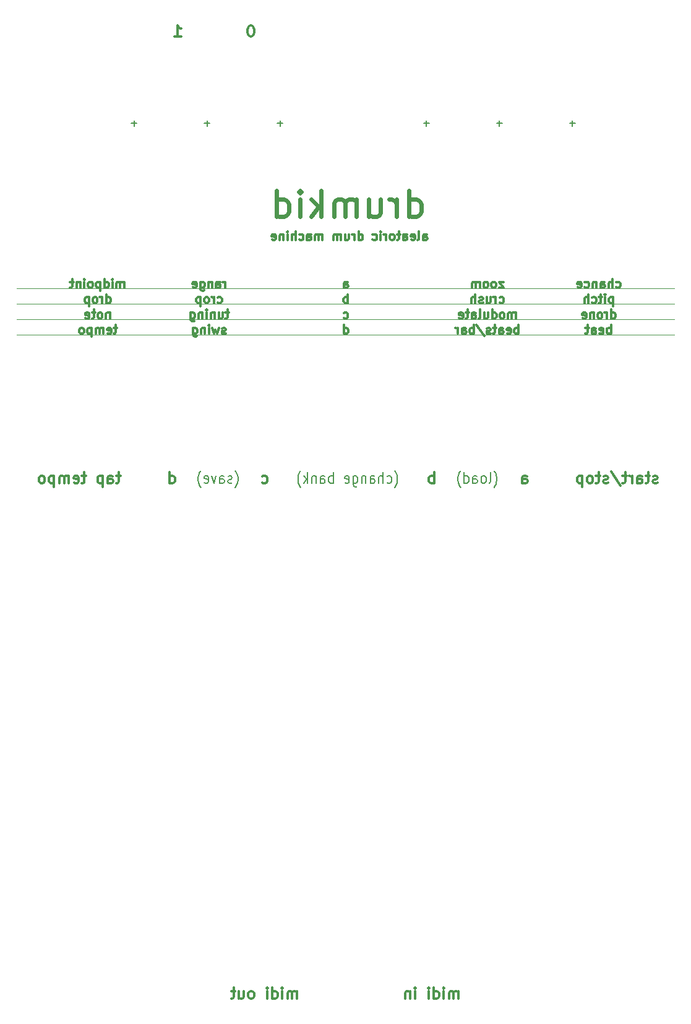
<source format=gbr>
G04 #@! TF.GenerationSoftware,KiCad,Pcbnew,(5.1.5)-3*
G04 #@! TF.CreationDate,2020-06-23T14:27:24+01:00*
G04 #@! TF.ProjectId,drumkid,6472756d-6b69-4642-9e6b-696361645f70,rev?*
G04 #@! TF.SameCoordinates,Original*
G04 #@! TF.FileFunction,Legend,Bot*
G04 #@! TF.FilePolarity,Positive*
%FSLAX46Y46*%
G04 Gerber Fmt 4.6, Leading zero omitted, Abs format (unit mm)*
G04 Created by KiCad (PCBNEW (5.1.5)-3) date 2020-06-23 14:27:24*
%MOMM*%
%LPD*%
G04 APERTURE LIST*
%ADD10C,0.150000*%
%ADD11C,0.300000*%
%ADD12C,0.100000*%
%ADD13C,0.600000*%
G04 APERTURE END LIST*
D10*
X110619047Y-48571428D02*
X111380952Y-48571428D01*
X111000000Y-48952380D02*
X111000000Y-48190476D01*
X130619047Y-48571428D02*
X131380952Y-48571428D01*
X131000000Y-48952380D02*
X131000000Y-48190476D01*
X90619047Y-48571428D02*
X91380952Y-48571428D01*
X91000000Y-48952380D02*
X91000000Y-48190476D01*
X80619047Y-48571428D02*
X81380952Y-48571428D01*
X81000000Y-48952380D02*
X81000000Y-48190476D01*
X120619047Y-48571428D02*
X121380952Y-48571428D01*
X121000000Y-48952380D02*
X121000000Y-48190476D01*
X70619047Y-48571428D02*
X71380952Y-48571428D01*
X71000000Y-48952380D02*
X71000000Y-48190476D01*
D11*
X142660000Y-97727142D02*
X142517142Y-97798571D01*
X142231428Y-97798571D01*
X142088571Y-97727142D01*
X142017142Y-97584285D01*
X142017142Y-97512857D01*
X142088571Y-97370000D01*
X142231428Y-97298571D01*
X142445714Y-97298571D01*
X142588571Y-97227142D01*
X142660000Y-97084285D01*
X142660000Y-97012857D01*
X142588571Y-96870000D01*
X142445714Y-96798571D01*
X142231428Y-96798571D01*
X142088571Y-96870000D01*
X141588571Y-96798571D02*
X141017142Y-96798571D01*
X141374285Y-96298571D02*
X141374285Y-97584285D01*
X141302857Y-97727142D01*
X141160000Y-97798571D01*
X141017142Y-97798571D01*
X139874285Y-97798571D02*
X139874285Y-97012857D01*
X139945714Y-96870000D01*
X140088571Y-96798571D01*
X140374285Y-96798571D01*
X140517142Y-96870000D01*
X139874285Y-97727142D02*
X140017142Y-97798571D01*
X140374285Y-97798571D01*
X140517142Y-97727142D01*
X140588571Y-97584285D01*
X140588571Y-97441428D01*
X140517142Y-97298571D01*
X140374285Y-97227142D01*
X140017142Y-97227142D01*
X139874285Y-97155714D01*
X139160000Y-97798571D02*
X139160000Y-96798571D01*
X139160000Y-97084285D02*
X139088571Y-96941428D01*
X139017142Y-96870000D01*
X138874285Y-96798571D01*
X138731428Y-96798571D01*
X138445714Y-96798571D02*
X137874285Y-96798571D01*
X138231428Y-96298571D02*
X138231428Y-97584285D01*
X138160000Y-97727142D01*
X138017142Y-97798571D01*
X137874285Y-97798571D01*
X136302857Y-96227142D02*
X137588571Y-98155714D01*
X135874285Y-97727142D02*
X135731428Y-97798571D01*
X135445714Y-97798571D01*
X135302857Y-97727142D01*
X135231428Y-97584285D01*
X135231428Y-97512857D01*
X135302857Y-97370000D01*
X135445714Y-97298571D01*
X135660000Y-97298571D01*
X135802857Y-97227142D01*
X135874285Y-97084285D01*
X135874285Y-97012857D01*
X135802857Y-96870000D01*
X135660000Y-96798571D01*
X135445714Y-96798571D01*
X135302857Y-96870000D01*
X134802857Y-96798571D02*
X134231428Y-96798571D01*
X134588571Y-96298571D02*
X134588571Y-97584285D01*
X134517142Y-97727142D01*
X134374285Y-97798571D01*
X134231428Y-97798571D01*
X133517142Y-97798571D02*
X133660000Y-97727142D01*
X133731428Y-97655714D01*
X133802857Y-97512857D01*
X133802857Y-97084285D01*
X133731428Y-96941428D01*
X133660000Y-96870000D01*
X133517142Y-96798571D01*
X133302857Y-96798571D01*
X133160000Y-96870000D01*
X133088571Y-96941428D01*
X133017142Y-97084285D01*
X133017142Y-97512857D01*
X133088571Y-97655714D01*
X133160000Y-97727142D01*
X133302857Y-97798571D01*
X133517142Y-97798571D01*
X132374285Y-96798571D02*
X132374285Y-98298571D01*
X132374285Y-96870000D02*
X132231428Y-96798571D01*
X131945714Y-96798571D01*
X131802857Y-96870000D01*
X131731428Y-96941428D01*
X131660000Y-97084285D01*
X131660000Y-97512857D01*
X131731428Y-97655714D01*
X131802857Y-97727142D01*
X131945714Y-97798571D01*
X132231428Y-97798571D01*
X132374285Y-97727142D01*
D10*
X106688095Y-98370000D02*
X106750000Y-98298571D01*
X106873809Y-98084285D01*
X106935714Y-97941428D01*
X106997619Y-97727142D01*
X107059523Y-97370000D01*
X107059523Y-97084285D01*
X106997619Y-96727142D01*
X106935714Y-96512857D01*
X106873809Y-96370000D01*
X106750000Y-96155714D01*
X106688095Y-96084285D01*
X105635714Y-97727142D02*
X105759523Y-97798571D01*
X106007142Y-97798571D01*
X106130952Y-97727142D01*
X106192857Y-97655714D01*
X106254761Y-97512857D01*
X106254761Y-97084285D01*
X106192857Y-96941428D01*
X106130952Y-96870000D01*
X106007142Y-96798571D01*
X105759523Y-96798571D01*
X105635714Y-96870000D01*
X105078571Y-97798571D02*
X105078571Y-96298571D01*
X104521428Y-97798571D02*
X104521428Y-97012857D01*
X104583333Y-96870000D01*
X104707142Y-96798571D01*
X104892857Y-96798571D01*
X105016666Y-96870000D01*
X105078571Y-96941428D01*
X103345238Y-97798571D02*
X103345238Y-97012857D01*
X103407142Y-96870000D01*
X103530952Y-96798571D01*
X103778571Y-96798571D01*
X103902380Y-96870000D01*
X103345238Y-97727142D02*
X103469047Y-97798571D01*
X103778571Y-97798571D01*
X103902380Y-97727142D01*
X103964285Y-97584285D01*
X103964285Y-97441428D01*
X103902380Y-97298571D01*
X103778571Y-97227142D01*
X103469047Y-97227142D01*
X103345238Y-97155714D01*
X102726190Y-96798571D02*
X102726190Y-97798571D01*
X102726190Y-96941428D02*
X102664285Y-96870000D01*
X102540476Y-96798571D01*
X102354761Y-96798571D01*
X102230952Y-96870000D01*
X102169047Y-97012857D01*
X102169047Y-97798571D01*
X100992857Y-96798571D02*
X100992857Y-98012857D01*
X101054761Y-98155714D01*
X101116666Y-98227142D01*
X101240476Y-98298571D01*
X101426190Y-98298571D01*
X101550000Y-98227142D01*
X100992857Y-97727142D02*
X101116666Y-97798571D01*
X101364285Y-97798571D01*
X101488095Y-97727142D01*
X101550000Y-97655714D01*
X101611904Y-97512857D01*
X101611904Y-97084285D01*
X101550000Y-96941428D01*
X101488095Y-96870000D01*
X101364285Y-96798571D01*
X101116666Y-96798571D01*
X100992857Y-96870000D01*
X99878571Y-97727142D02*
X100002380Y-97798571D01*
X100250000Y-97798571D01*
X100373809Y-97727142D01*
X100435714Y-97584285D01*
X100435714Y-97012857D01*
X100373809Y-96870000D01*
X100250000Y-96798571D01*
X100002380Y-96798571D01*
X99878571Y-96870000D01*
X99816666Y-97012857D01*
X99816666Y-97155714D01*
X100435714Y-97298571D01*
X98269047Y-97798571D02*
X98269047Y-96298571D01*
X98269047Y-96870000D02*
X98145238Y-96798571D01*
X97897619Y-96798571D01*
X97773809Y-96870000D01*
X97711904Y-96941428D01*
X97650000Y-97084285D01*
X97650000Y-97512857D01*
X97711904Y-97655714D01*
X97773809Y-97727142D01*
X97897619Y-97798571D01*
X98145238Y-97798571D01*
X98269047Y-97727142D01*
X96535714Y-97798571D02*
X96535714Y-97012857D01*
X96597619Y-96870000D01*
X96721428Y-96798571D01*
X96969047Y-96798571D01*
X97092857Y-96870000D01*
X96535714Y-97727142D02*
X96659523Y-97798571D01*
X96969047Y-97798571D01*
X97092857Y-97727142D01*
X97154761Y-97584285D01*
X97154761Y-97441428D01*
X97092857Y-97298571D01*
X96969047Y-97227142D01*
X96659523Y-97227142D01*
X96535714Y-97155714D01*
X95916666Y-96798571D02*
X95916666Y-97798571D01*
X95916666Y-96941428D02*
X95854761Y-96870000D01*
X95730952Y-96798571D01*
X95545238Y-96798571D01*
X95421428Y-96870000D01*
X95359523Y-97012857D01*
X95359523Y-97798571D01*
X94740476Y-97798571D02*
X94740476Y-96298571D01*
X94616666Y-97227142D02*
X94245238Y-97798571D01*
X94245238Y-96798571D02*
X94740476Y-97370000D01*
X93811904Y-98370000D02*
X93750000Y-98298571D01*
X93626190Y-98084285D01*
X93564285Y-97941428D01*
X93502380Y-97727142D01*
X93440476Y-97370000D01*
X93440476Y-97084285D01*
X93502380Y-96727142D01*
X93564285Y-96512857D01*
X93626190Y-96370000D01*
X93750000Y-96155714D01*
X93811904Y-96084285D01*
X84852380Y-98370000D02*
X84914285Y-98298571D01*
X85038095Y-98084285D01*
X85100000Y-97941428D01*
X85161904Y-97727142D01*
X85223809Y-97370000D01*
X85223809Y-97084285D01*
X85161904Y-96727142D01*
X85100000Y-96512857D01*
X85038095Y-96370000D01*
X84914285Y-96155714D01*
X84852380Y-96084285D01*
X84419047Y-97727142D02*
X84295238Y-97798571D01*
X84047619Y-97798571D01*
X83923809Y-97727142D01*
X83861904Y-97584285D01*
X83861904Y-97512857D01*
X83923809Y-97370000D01*
X84047619Y-97298571D01*
X84233333Y-97298571D01*
X84357142Y-97227142D01*
X84419047Y-97084285D01*
X84419047Y-97012857D01*
X84357142Y-96870000D01*
X84233333Y-96798571D01*
X84047619Y-96798571D01*
X83923809Y-96870000D01*
X82747619Y-97798571D02*
X82747619Y-97012857D01*
X82809523Y-96870000D01*
X82933333Y-96798571D01*
X83180952Y-96798571D01*
X83304761Y-96870000D01*
X82747619Y-97727142D02*
X82871428Y-97798571D01*
X83180952Y-97798571D01*
X83304761Y-97727142D01*
X83366666Y-97584285D01*
X83366666Y-97441428D01*
X83304761Y-97298571D01*
X83180952Y-97227142D01*
X82871428Y-97227142D01*
X82747619Y-97155714D01*
X82252380Y-96798571D02*
X81942857Y-97798571D01*
X81633333Y-96798571D01*
X80642857Y-97727142D02*
X80766666Y-97798571D01*
X81014285Y-97798571D01*
X81138095Y-97727142D01*
X81200000Y-97584285D01*
X81200000Y-97012857D01*
X81138095Y-96870000D01*
X81014285Y-96798571D01*
X80766666Y-96798571D01*
X80642857Y-96870000D01*
X80580952Y-97012857D01*
X80580952Y-97155714D01*
X81200000Y-97298571D01*
X80147619Y-98370000D02*
X80085714Y-98298571D01*
X79961904Y-98084285D01*
X79900000Y-97941428D01*
X79838095Y-97727142D01*
X79776190Y-97370000D01*
X79776190Y-97084285D01*
X79838095Y-96727142D01*
X79900000Y-96512857D01*
X79961904Y-96370000D01*
X80085714Y-96155714D01*
X80147619Y-96084285D01*
X120290476Y-98370000D02*
X120352380Y-98298571D01*
X120476190Y-98084285D01*
X120538095Y-97941428D01*
X120600000Y-97727142D01*
X120661904Y-97370000D01*
X120661904Y-97084285D01*
X120600000Y-96727142D01*
X120538095Y-96512857D01*
X120476190Y-96370000D01*
X120352380Y-96155714D01*
X120290476Y-96084285D01*
X119609523Y-97798571D02*
X119733333Y-97727142D01*
X119795238Y-97584285D01*
X119795238Y-96298571D01*
X118928571Y-97798571D02*
X119052380Y-97727142D01*
X119114285Y-97655714D01*
X119176190Y-97512857D01*
X119176190Y-97084285D01*
X119114285Y-96941428D01*
X119052380Y-96870000D01*
X118928571Y-96798571D01*
X118742857Y-96798571D01*
X118619047Y-96870000D01*
X118557142Y-96941428D01*
X118495238Y-97084285D01*
X118495238Y-97512857D01*
X118557142Y-97655714D01*
X118619047Y-97727142D01*
X118742857Y-97798571D01*
X118928571Y-97798571D01*
X117380952Y-97798571D02*
X117380952Y-97012857D01*
X117442857Y-96870000D01*
X117566666Y-96798571D01*
X117814285Y-96798571D01*
X117938095Y-96870000D01*
X117380952Y-97727142D02*
X117504761Y-97798571D01*
X117814285Y-97798571D01*
X117938095Y-97727142D01*
X118000000Y-97584285D01*
X118000000Y-97441428D01*
X117938095Y-97298571D01*
X117814285Y-97227142D01*
X117504761Y-97227142D01*
X117380952Y-97155714D01*
X116204761Y-97798571D02*
X116204761Y-96298571D01*
X116204761Y-97727142D02*
X116328571Y-97798571D01*
X116576190Y-97798571D01*
X116700000Y-97727142D01*
X116761904Y-97655714D01*
X116823809Y-97512857D01*
X116823809Y-97084285D01*
X116761904Y-96941428D01*
X116700000Y-96870000D01*
X116576190Y-96798571D01*
X116328571Y-96798571D01*
X116204761Y-96870000D01*
X115709523Y-98370000D02*
X115647619Y-98298571D01*
X115523809Y-98084285D01*
X115461904Y-97941428D01*
X115400000Y-97727142D01*
X115338095Y-97370000D01*
X115338095Y-97084285D01*
X115400000Y-96727142D01*
X115461904Y-96512857D01*
X115523809Y-96370000D01*
X115647619Y-96155714D01*
X115709523Y-96084285D01*
D11*
X99742857Y-71052857D02*
X99742857Y-70424285D01*
X99800000Y-70310000D01*
X99914285Y-70252857D01*
X100142857Y-70252857D01*
X100257142Y-70310000D01*
X99742857Y-70995714D02*
X99857142Y-71052857D01*
X100142857Y-71052857D01*
X100257142Y-70995714D01*
X100314285Y-70881428D01*
X100314285Y-70767142D01*
X100257142Y-70652857D01*
X100142857Y-70595714D01*
X99857142Y-70595714D01*
X99742857Y-70538571D01*
X100257142Y-73152857D02*
X100257142Y-71952857D01*
X100257142Y-72410000D02*
X100142857Y-72352857D01*
X99914285Y-72352857D01*
X99800000Y-72410000D01*
X99742857Y-72467142D01*
X99685714Y-72581428D01*
X99685714Y-72924285D01*
X99742857Y-73038571D01*
X99800000Y-73095714D01*
X99914285Y-73152857D01*
X100142857Y-73152857D01*
X100257142Y-73095714D01*
X99714285Y-75195714D02*
X99828571Y-75252857D01*
X100057142Y-75252857D01*
X100171428Y-75195714D01*
X100228571Y-75138571D01*
X100285714Y-75024285D01*
X100285714Y-74681428D01*
X100228571Y-74567142D01*
X100171428Y-74510000D01*
X100057142Y-74452857D01*
X99828571Y-74452857D01*
X99714285Y-74510000D01*
X99742857Y-77352857D02*
X99742857Y-76152857D01*
X99742857Y-77295714D02*
X99857142Y-77352857D01*
X100085714Y-77352857D01*
X100200000Y-77295714D01*
X100257142Y-77238571D01*
X100314285Y-77124285D01*
X100314285Y-76781428D01*
X100257142Y-76667142D01*
X100200000Y-76610000D01*
X100085714Y-76552857D01*
X99857142Y-76552857D01*
X99742857Y-76610000D01*
D12*
X144932400Y-77470000D02*
X54991000Y-77470000D01*
X144932400Y-75387200D02*
X54991000Y-75387200D01*
X144932400Y-71170800D02*
X54991000Y-71170800D01*
X144932400Y-73279000D02*
X54965600Y-73279000D01*
D11*
X69640000Y-71052857D02*
X69640000Y-70252857D01*
X69640000Y-70367142D02*
X69582857Y-70310000D01*
X69468571Y-70252857D01*
X69297142Y-70252857D01*
X69182857Y-70310000D01*
X69125714Y-70424285D01*
X69125714Y-71052857D01*
X69125714Y-70424285D02*
X69068571Y-70310000D01*
X68954285Y-70252857D01*
X68782857Y-70252857D01*
X68668571Y-70310000D01*
X68611428Y-70424285D01*
X68611428Y-71052857D01*
X68040000Y-71052857D02*
X68040000Y-70252857D01*
X68040000Y-69852857D02*
X68097142Y-69910000D01*
X68040000Y-69967142D01*
X67982857Y-69910000D01*
X68040000Y-69852857D01*
X68040000Y-69967142D01*
X66954285Y-71052857D02*
X66954285Y-69852857D01*
X66954285Y-70995714D02*
X67068571Y-71052857D01*
X67297142Y-71052857D01*
X67411428Y-70995714D01*
X67468571Y-70938571D01*
X67525714Y-70824285D01*
X67525714Y-70481428D01*
X67468571Y-70367142D01*
X67411428Y-70310000D01*
X67297142Y-70252857D01*
X67068571Y-70252857D01*
X66954285Y-70310000D01*
X66382857Y-70252857D02*
X66382857Y-71452857D01*
X66382857Y-70310000D02*
X66268571Y-70252857D01*
X66040000Y-70252857D01*
X65925714Y-70310000D01*
X65868571Y-70367142D01*
X65811428Y-70481428D01*
X65811428Y-70824285D01*
X65868571Y-70938571D01*
X65925714Y-70995714D01*
X66040000Y-71052857D01*
X66268571Y-71052857D01*
X66382857Y-70995714D01*
X65125714Y-71052857D02*
X65240000Y-70995714D01*
X65297142Y-70938571D01*
X65354285Y-70824285D01*
X65354285Y-70481428D01*
X65297142Y-70367142D01*
X65240000Y-70310000D01*
X65125714Y-70252857D01*
X64954285Y-70252857D01*
X64840000Y-70310000D01*
X64782857Y-70367142D01*
X64725714Y-70481428D01*
X64725714Y-70824285D01*
X64782857Y-70938571D01*
X64840000Y-70995714D01*
X64954285Y-71052857D01*
X65125714Y-71052857D01*
X64211428Y-71052857D02*
X64211428Y-70252857D01*
X64211428Y-69852857D02*
X64268571Y-69910000D01*
X64211428Y-69967142D01*
X64154285Y-69910000D01*
X64211428Y-69852857D01*
X64211428Y-69967142D01*
X63640000Y-70252857D02*
X63640000Y-71052857D01*
X63640000Y-70367142D02*
X63582857Y-70310000D01*
X63468571Y-70252857D01*
X63297142Y-70252857D01*
X63182857Y-70310000D01*
X63125714Y-70424285D01*
X63125714Y-71052857D01*
X62725714Y-70252857D02*
X62268571Y-70252857D01*
X62554285Y-69852857D02*
X62554285Y-70881428D01*
X62497142Y-70995714D01*
X62382857Y-71052857D01*
X62268571Y-71052857D01*
X67240000Y-73152857D02*
X67240000Y-71952857D01*
X67240000Y-73095714D02*
X67354285Y-73152857D01*
X67582857Y-73152857D01*
X67697142Y-73095714D01*
X67754285Y-73038571D01*
X67811428Y-72924285D01*
X67811428Y-72581428D01*
X67754285Y-72467142D01*
X67697142Y-72410000D01*
X67582857Y-72352857D01*
X67354285Y-72352857D01*
X67240000Y-72410000D01*
X66668571Y-73152857D02*
X66668571Y-72352857D01*
X66668571Y-72581428D02*
X66611428Y-72467142D01*
X66554285Y-72410000D01*
X66440000Y-72352857D01*
X66325714Y-72352857D01*
X65754285Y-73152857D02*
X65868571Y-73095714D01*
X65925714Y-73038571D01*
X65982857Y-72924285D01*
X65982857Y-72581428D01*
X65925714Y-72467142D01*
X65868571Y-72410000D01*
X65754285Y-72352857D01*
X65582857Y-72352857D01*
X65468571Y-72410000D01*
X65411428Y-72467142D01*
X65354285Y-72581428D01*
X65354285Y-72924285D01*
X65411428Y-73038571D01*
X65468571Y-73095714D01*
X65582857Y-73152857D01*
X65754285Y-73152857D01*
X64840000Y-72352857D02*
X64840000Y-73552857D01*
X64840000Y-72410000D02*
X64725714Y-72352857D01*
X64497142Y-72352857D01*
X64382857Y-72410000D01*
X64325714Y-72467142D01*
X64268571Y-72581428D01*
X64268571Y-72924285D01*
X64325714Y-73038571D01*
X64382857Y-73095714D01*
X64497142Y-73152857D01*
X64725714Y-73152857D01*
X64840000Y-73095714D01*
X67697142Y-74452857D02*
X67697142Y-75252857D01*
X67697142Y-74567142D02*
X67640000Y-74510000D01*
X67525714Y-74452857D01*
X67354285Y-74452857D01*
X67240000Y-74510000D01*
X67182857Y-74624285D01*
X67182857Y-75252857D01*
X66440000Y-75252857D02*
X66554285Y-75195714D01*
X66611428Y-75138571D01*
X66668571Y-75024285D01*
X66668571Y-74681428D01*
X66611428Y-74567142D01*
X66554285Y-74510000D01*
X66440000Y-74452857D01*
X66268571Y-74452857D01*
X66154285Y-74510000D01*
X66097142Y-74567142D01*
X66040000Y-74681428D01*
X66040000Y-75024285D01*
X66097142Y-75138571D01*
X66154285Y-75195714D01*
X66268571Y-75252857D01*
X66440000Y-75252857D01*
X65697142Y-74452857D02*
X65240000Y-74452857D01*
X65525714Y-74052857D02*
X65525714Y-75081428D01*
X65468571Y-75195714D01*
X65354285Y-75252857D01*
X65240000Y-75252857D01*
X64382857Y-75195714D02*
X64497142Y-75252857D01*
X64725714Y-75252857D01*
X64840000Y-75195714D01*
X64897142Y-75081428D01*
X64897142Y-74624285D01*
X64840000Y-74510000D01*
X64725714Y-74452857D01*
X64497142Y-74452857D01*
X64382857Y-74510000D01*
X64325714Y-74624285D01*
X64325714Y-74738571D01*
X64897142Y-74852857D01*
X68668571Y-76552857D02*
X68211428Y-76552857D01*
X68497142Y-76152857D02*
X68497142Y-77181428D01*
X68440000Y-77295714D01*
X68325714Y-77352857D01*
X68211428Y-77352857D01*
X67354285Y-77295714D02*
X67468571Y-77352857D01*
X67697142Y-77352857D01*
X67811428Y-77295714D01*
X67868571Y-77181428D01*
X67868571Y-76724285D01*
X67811428Y-76610000D01*
X67697142Y-76552857D01*
X67468571Y-76552857D01*
X67354285Y-76610000D01*
X67297142Y-76724285D01*
X67297142Y-76838571D01*
X67868571Y-76952857D01*
X66782857Y-77352857D02*
X66782857Y-76552857D01*
X66782857Y-76667142D02*
X66725714Y-76610000D01*
X66611428Y-76552857D01*
X66440000Y-76552857D01*
X66325714Y-76610000D01*
X66268571Y-76724285D01*
X66268571Y-77352857D01*
X66268571Y-76724285D02*
X66211428Y-76610000D01*
X66097142Y-76552857D01*
X65925714Y-76552857D01*
X65811428Y-76610000D01*
X65754285Y-76724285D01*
X65754285Y-77352857D01*
X65182857Y-76552857D02*
X65182857Y-77752857D01*
X65182857Y-76610000D02*
X65068571Y-76552857D01*
X64840000Y-76552857D01*
X64725714Y-76610000D01*
X64668571Y-76667142D01*
X64611428Y-76781428D01*
X64611428Y-77124285D01*
X64668571Y-77238571D01*
X64725714Y-77295714D01*
X64840000Y-77352857D01*
X65068571Y-77352857D01*
X65182857Y-77295714D01*
X63925714Y-77352857D02*
X64040000Y-77295714D01*
X64097142Y-77238571D01*
X64154285Y-77124285D01*
X64154285Y-76781428D01*
X64097142Y-76667142D01*
X64040000Y-76610000D01*
X63925714Y-76552857D01*
X63754285Y-76552857D01*
X63640000Y-76610000D01*
X63582857Y-76667142D01*
X63525714Y-76781428D01*
X63525714Y-77124285D01*
X63582857Y-77238571D01*
X63640000Y-77295714D01*
X63754285Y-77352857D01*
X63925714Y-77352857D01*
X83508571Y-71052857D02*
X83508571Y-70252857D01*
X83508571Y-70481428D02*
X83451428Y-70367142D01*
X83394285Y-70310000D01*
X83280000Y-70252857D01*
X83165714Y-70252857D01*
X82251428Y-71052857D02*
X82251428Y-70424285D01*
X82308571Y-70310000D01*
X82422857Y-70252857D01*
X82651428Y-70252857D01*
X82765714Y-70310000D01*
X82251428Y-70995714D02*
X82365714Y-71052857D01*
X82651428Y-71052857D01*
X82765714Y-70995714D01*
X82822857Y-70881428D01*
X82822857Y-70767142D01*
X82765714Y-70652857D01*
X82651428Y-70595714D01*
X82365714Y-70595714D01*
X82251428Y-70538571D01*
X81680000Y-70252857D02*
X81680000Y-71052857D01*
X81680000Y-70367142D02*
X81622857Y-70310000D01*
X81508571Y-70252857D01*
X81337142Y-70252857D01*
X81222857Y-70310000D01*
X81165714Y-70424285D01*
X81165714Y-71052857D01*
X80080000Y-70252857D02*
X80080000Y-71224285D01*
X80137142Y-71338571D01*
X80194285Y-71395714D01*
X80308571Y-71452857D01*
X80480000Y-71452857D01*
X80594285Y-71395714D01*
X80080000Y-70995714D02*
X80194285Y-71052857D01*
X80422857Y-71052857D01*
X80537142Y-70995714D01*
X80594285Y-70938571D01*
X80651428Y-70824285D01*
X80651428Y-70481428D01*
X80594285Y-70367142D01*
X80537142Y-70310000D01*
X80422857Y-70252857D01*
X80194285Y-70252857D01*
X80080000Y-70310000D01*
X79051428Y-70995714D02*
X79165714Y-71052857D01*
X79394285Y-71052857D01*
X79508571Y-70995714D01*
X79565714Y-70881428D01*
X79565714Y-70424285D01*
X79508571Y-70310000D01*
X79394285Y-70252857D01*
X79165714Y-70252857D01*
X79051428Y-70310000D01*
X78994285Y-70424285D01*
X78994285Y-70538571D01*
X79565714Y-70652857D01*
X82451428Y-73095714D02*
X82565714Y-73152857D01*
X82794285Y-73152857D01*
X82908571Y-73095714D01*
X82965714Y-73038571D01*
X83022857Y-72924285D01*
X83022857Y-72581428D01*
X82965714Y-72467142D01*
X82908571Y-72410000D01*
X82794285Y-72352857D01*
X82565714Y-72352857D01*
X82451428Y-72410000D01*
X81937142Y-73152857D02*
X81937142Y-72352857D01*
X81937142Y-72581428D02*
X81880000Y-72467142D01*
X81822857Y-72410000D01*
X81708571Y-72352857D01*
X81594285Y-72352857D01*
X81022857Y-73152857D02*
X81137142Y-73095714D01*
X81194285Y-73038571D01*
X81251428Y-72924285D01*
X81251428Y-72581428D01*
X81194285Y-72467142D01*
X81137142Y-72410000D01*
X81022857Y-72352857D01*
X80851428Y-72352857D01*
X80737142Y-72410000D01*
X80680000Y-72467142D01*
X80622857Y-72581428D01*
X80622857Y-72924285D01*
X80680000Y-73038571D01*
X80737142Y-73095714D01*
X80851428Y-73152857D01*
X81022857Y-73152857D01*
X80108571Y-72352857D02*
X80108571Y-73552857D01*
X80108571Y-72410000D02*
X79994285Y-72352857D01*
X79765714Y-72352857D01*
X79651428Y-72410000D01*
X79594285Y-72467142D01*
X79537142Y-72581428D01*
X79537142Y-72924285D01*
X79594285Y-73038571D01*
X79651428Y-73095714D01*
X79765714Y-73152857D01*
X79994285Y-73152857D01*
X80108571Y-73095714D01*
X83965714Y-74452857D02*
X83508571Y-74452857D01*
X83794285Y-74052857D02*
X83794285Y-75081428D01*
X83737142Y-75195714D01*
X83622857Y-75252857D01*
X83508571Y-75252857D01*
X82594285Y-74452857D02*
X82594285Y-75252857D01*
X83108571Y-74452857D02*
X83108571Y-75081428D01*
X83051428Y-75195714D01*
X82937142Y-75252857D01*
X82765714Y-75252857D01*
X82651428Y-75195714D01*
X82594285Y-75138571D01*
X82022857Y-74452857D02*
X82022857Y-75252857D01*
X82022857Y-74567142D02*
X81965714Y-74510000D01*
X81851428Y-74452857D01*
X81680000Y-74452857D01*
X81565714Y-74510000D01*
X81508571Y-74624285D01*
X81508571Y-75252857D01*
X80937142Y-75252857D02*
X80937142Y-74452857D01*
X80937142Y-74052857D02*
X80994285Y-74110000D01*
X80937142Y-74167142D01*
X80880000Y-74110000D01*
X80937142Y-74052857D01*
X80937142Y-74167142D01*
X80365714Y-74452857D02*
X80365714Y-75252857D01*
X80365714Y-74567142D02*
X80308571Y-74510000D01*
X80194285Y-74452857D01*
X80022857Y-74452857D01*
X79908571Y-74510000D01*
X79851428Y-74624285D01*
X79851428Y-75252857D01*
X78765714Y-74452857D02*
X78765714Y-75424285D01*
X78822857Y-75538571D01*
X78880000Y-75595714D01*
X78994285Y-75652857D01*
X79165714Y-75652857D01*
X79280000Y-75595714D01*
X78765714Y-75195714D02*
X78880000Y-75252857D01*
X79108571Y-75252857D01*
X79222857Y-75195714D01*
X79280000Y-75138571D01*
X79337142Y-75024285D01*
X79337142Y-74681428D01*
X79280000Y-74567142D01*
X79222857Y-74510000D01*
X79108571Y-74452857D01*
X78880000Y-74452857D01*
X78765714Y-74510000D01*
X83537142Y-77295714D02*
X83422857Y-77352857D01*
X83194285Y-77352857D01*
X83080000Y-77295714D01*
X83022857Y-77181428D01*
X83022857Y-77124285D01*
X83080000Y-77010000D01*
X83194285Y-76952857D01*
X83365714Y-76952857D01*
X83480000Y-76895714D01*
X83537142Y-76781428D01*
X83537142Y-76724285D01*
X83480000Y-76610000D01*
X83365714Y-76552857D01*
X83194285Y-76552857D01*
X83080000Y-76610000D01*
X82622857Y-76552857D02*
X82394285Y-77352857D01*
X82165714Y-76781428D01*
X81937142Y-77352857D01*
X81708571Y-76552857D01*
X81251428Y-77352857D02*
X81251428Y-76552857D01*
X81251428Y-76152857D02*
X81308571Y-76210000D01*
X81251428Y-76267142D01*
X81194285Y-76210000D01*
X81251428Y-76152857D01*
X81251428Y-76267142D01*
X80680000Y-76552857D02*
X80680000Y-77352857D01*
X80680000Y-76667142D02*
X80622857Y-76610000D01*
X80508571Y-76552857D01*
X80337142Y-76552857D01*
X80222857Y-76610000D01*
X80165714Y-76724285D01*
X80165714Y-77352857D01*
X79080000Y-76552857D02*
X79080000Y-77524285D01*
X79137142Y-77638571D01*
X79194285Y-77695714D01*
X79308571Y-77752857D01*
X79480000Y-77752857D01*
X79594285Y-77695714D01*
X79080000Y-77295714D02*
X79194285Y-77352857D01*
X79422857Y-77352857D01*
X79537142Y-77295714D01*
X79594285Y-77238571D01*
X79651428Y-77124285D01*
X79651428Y-76781428D01*
X79594285Y-76667142D01*
X79537142Y-76610000D01*
X79422857Y-76552857D01*
X79194285Y-76552857D01*
X79080000Y-76610000D01*
X121580000Y-70252857D02*
X120951428Y-70252857D01*
X121580000Y-71052857D01*
X120951428Y-71052857D01*
X120322857Y-71052857D02*
X120437142Y-70995714D01*
X120494285Y-70938571D01*
X120551428Y-70824285D01*
X120551428Y-70481428D01*
X120494285Y-70367142D01*
X120437142Y-70310000D01*
X120322857Y-70252857D01*
X120151428Y-70252857D01*
X120037142Y-70310000D01*
X119980000Y-70367142D01*
X119922857Y-70481428D01*
X119922857Y-70824285D01*
X119980000Y-70938571D01*
X120037142Y-70995714D01*
X120151428Y-71052857D01*
X120322857Y-71052857D01*
X119237142Y-71052857D02*
X119351428Y-70995714D01*
X119408571Y-70938571D01*
X119465714Y-70824285D01*
X119465714Y-70481428D01*
X119408571Y-70367142D01*
X119351428Y-70310000D01*
X119237142Y-70252857D01*
X119065714Y-70252857D01*
X118951428Y-70310000D01*
X118894285Y-70367142D01*
X118837142Y-70481428D01*
X118837142Y-70824285D01*
X118894285Y-70938571D01*
X118951428Y-70995714D01*
X119065714Y-71052857D01*
X119237142Y-71052857D01*
X118322857Y-71052857D02*
X118322857Y-70252857D01*
X118322857Y-70367142D02*
X118265714Y-70310000D01*
X118151428Y-70252857D01*
X117980000Y-70252857D01*
X117865714Y-70310000D01*
X117808571Y-70424285D01*
X117808571Y-71052857D01*
X117808571Y-70424285D02*
X117751428Y-70310000D01*
X117637142Y-70252857D01*
X117465714Y-70252857D01*
X117351428Y-70310000D01*
X117294285Y-70424285D01*
X117294285Y-71052857D01*
X121037142Y-73095714D02*
X121151428Y-73152857D01*
X121380000Y-73152857D01*
X121494285Y-73095714D01*
X121551428Y-73038571D01*
X121608571Y-72924285D01*
X121608571Y-72581428D01*
X121551428Y-72467142D01*
X121494285Y-72410000D01*
X121380000Y-72352857D01*
X121151428Y-72352857D01*
X121037142Y-72410000D01*
X120522857Y-73152857D02*
X120522857Y-72352857D01*
X120522857Y-72581428D02*
X120465714Y-72467142D01*
X120408571Y-72410000D01*
X120294285Y-72352857D01*
X120180000Y-72352857D01*
X119265714Y-72352857D02*
X119265714Y-73152857D01*
X119780000Y-72352857D02*
X119780000Y-72981428D01*
X119722857Y-73095714D01*
X119608571Y-73152857D01*
X119437142Y-73152857D01*
X119322857Y-73095714D01*
X119265714Y-73038571D01*
X118751428Y-73095714D02*
X118637142Y-73152857D01*
X118408571Y-73152857D01*
X118294285Y-73095714D01*
X118237142Y-72981428D01*
X118237142Y-72924285D01*
X118294285Y-72810000D01*
X118408571Y-72752857D01*
X118580000Y-72752857D01*
X118694285Y-72695714D01*
X118751428Y-72581428D01*
X118751428Y-72524285D01*
X118694285Y-72410000D01*
X118580000Y-72352857D01*
X118408571Y-72352857D01*
X118294285Y-72410000D01*
X117722857Y-73152857D02*
X117722857Y-71952857D01*
X117208571Y-73152857D02*
X117208571Y-72524285D01*
X117265714Y-72410000D01*
X117380000Y-72352857D01*
X117551428Y-72352857D01*
X117665714Y-72410000D01*
X117722857Y-72467142D01*
X123237142Y-75252857D02*
X123237142Y-74452857D01*
X123237142Y-74567142D02*
X123180000Y-74510000D01*
X123065714Y-74452857D01*
X122894285Y-74452857D01*
X122780000Y-74510000D01*
X122722857Y-74624285D01*
X122722857Y-75252857D01*
X122722857Y-74624285D02*
X122665714Y-74510000D01*
X122551428Y-74452857D01*
X122380000Y-74452857D01*
X122265714Y-74510000D01*
X122208571Y-74624285D01*
X122208571Y-75252857D01*
X121465714Y-75252857D02*
X121580000Y-75195714D01*
X121637142Y-75138571D01*
X121694285Y-75024285D01*
X121694285Y-74681428D01*
X121637142Y-74567142D01*
X121580000Y-74510000D01*
X121465714Y-74452857D01*
X121294285Y-74452857D01*
X121180000Y-74510000D01*
X121122857Y-74567142D01*
X121065714Y-74681428D01*
X121065714Y-75024285D01*
X121122857Y-75138571D01*
X121180000Y-75195714D01*
X121294285Y-75252857D01*
X121465714Y-75252857D01*
X120037142Y-75252857D02*
X120037142Y-74052857D01*
X120037142Y-75195714D02*
X120151428Y-75252857D01*
X120380000Y-75252857D01*
X120494285Y-75195714D01*
X120551428Y-75138571D01*
X120608571Y-75024285D01*
X120608571Y-74681428D01*
X120551428Y-74567142D01*
X120494285Y-74510000D01*
X120380000Y-74452857D01*
X120151428Y-74452857D01*
X120037142Y-74510000D01*
X118951428Y-74452857D02*
X118951428Y-75252857D01*
X119465714Y-74452857D02*
X119465714Y-75081428D01*
X119408571Y-75195714D01*
X119294285Y-75252857D01*
X119122857Y-75252857D01*
X119008571Y-75195714D01*
X118951428Y-75138571D01*
X118208571Y-75252857D02*
X118322857Y-75195714D01*
X118380000Y-75081428D01*
X118380000Y-74052857D01*
X117237142Y-75252857D02*
X117237142Y-74624285D01*
X117294285Y-74510000D01*
X117408571Y-74452857D01*
X117637142Y-74452857D01*
X117751428Y-74510000D01*
X117237142Y-75195714D02*
X117351428Y-75252857D01*
X117637142Y-75252857D01*
X117751428Y-75195714D01*
X117808571Y-75081428D01*
X117808571Y-74967142D01*
X117751428Y-74852857D01*
X117637142Y-74795714D01*
X117351428Y-74795714D01*
X117237142Y-74738571D01*
X116837142Y-74452857D02*
X116380000Y-74452857D01*
X116665714Y-74052857D02*
X116665714Y-75081428D01*
X116608571Y-75195714D01*
X116494285Y-75252857D01*
X116380000Y-75252857D01*
X115522857Y-75195714D02*
X115637142Y-75252857D01*
X115865714Y-75252857D01*
X115980000Y-75195714D01*
X116037142Y-75081428D01*
X116037142Y-74624285D01*
X115980000Y-74510000D01*
X115865714Y-74452857D01*
X115637142Y-74452857D01*
X115522857Y-74510000D01*
X115465714Y-74624285D01*
X115465714Y-74738571D01*
X116037142Y-74852857D01*
X123608571Y-77352857D02*
X123608571Y-76152857D01*
X123608571Y-76610000D02*
X123494285Y-76552857D01*
X123265714Y-76552857D01*
X123151428Y-76610000D01*
X123094285Y-76667142D01*
X123037142Y-76781428D01*
X123037142Y-77124285D01*
X123094285Y-77238571D01*
X123151428Y-77295714D01*
X123265714Y-77352857D01*
X123494285Y-77352857D01*
X123608571Y-77295714D01*
X122065714Y-77295714D02*
X122180000Y-77352857D01*
X122408571Y-77352857D01*
X122522857Y-77295714D01*
X122580000Y-77181428D01*
X122580000Y-76724285D01*
X122522857Y-76610000D01*
X122408571Y-76552857D01*
X122180000Y-76552857D01*
X122065714Y-76610000D01*
X122008571Y-76724285D01*
X122008571Y-76838571D01*
X122580000Y-76952857D01*
X120980000Y-77352857D02*
X120980000Y-76724285D01*
X121037142Y-76610000D01*
X121151428Y-76552857D01*
X121380000Y-76552857D01*
X121494285Y-76610000D01*
X120980000Y-77295714D02*
X121094285Y-77352857D01*
X121380000Y-77352857D01*
X121494285Y-77295714D01*
X121551428Y-77181428D01*
X121551428Y-77067142D01*
X121494285Y-76952857D01*
X121380000Y-76895714D01*
X121094285Y-76895714D01*
X120980000Y-76838571D01*
X120580000Y-76552857D02*
X120122857Y-76552857D01*
X120408571Y-76152857D02*
X120408571Y-77181428D01*
X120351428Y-77295714D01*
X120237142Y-77352857D01*
X120122857Y-77352857D01*
X119780000Y-77295714D02*
X119665714Y-77352857D01*
X119437142Y-77352857D01*
X119322857Y-77295714D01*
X119265714Y-77181428D01*
X119265714Y-77124285D01*
X119322857Y-77010000D01*
X119437142Y-76952857D01*
X119608571Y-76952857D01*
X119722857Y-76895714D01*
X119780000Y-76781428D01*
X119780000Y-76724285D01*
X119722857Y-76610000D01*
X119608571Y-76552857D01*
X119437142Y-76552857D01*
X119322857Y-76610000D01*
X117894285Y-76095714D02*
X118922857Y-77638571D01*
X117494285Y-77352857D02*
X117494285Y-76152857D01*
X117494285Y-76610000D02*
X117380000Y-76552857D01*
X117151428Y-76552857D01*
X117037142Y-76610000D01*
X116980000Y-76667142D01*
X116922857Y-76781428D01*
X116922857Y-77124285D01*
X116980000Y-77238571D01*
X117037142Y-77295714D01*
X117151428Y-77352857D01*
X117380000Y-77352857D01*
X117494285Y-77295714D01*
X115894285Y-77352857D02*
X115894285Y-76724285D01*
X115951428Y-76610000D01*
X116065714Y-76552857D01*
X116294285Y-76552857D01*
X116408571Y-76610000D01*
X115894285Y-77295714D02*
X116008571Y-77352857D01*
X116294285Y-77352857D01*
X116408571Y-77295714D01*
X116465714Y-77181428D01*
X116465714Y-77067142D01*
X116408571Y-76952857D01*
X116294285Y-76895714D01*
X116008571Y-76895714D01*
X115894285Y-76838571D01*
X115322857Y-77352857D02*
X115322857Y-76552857D01*
X115322857Y-76781428D02*
X115265714Y-76667142D01*
X115208571Y-76610000D01*
X115094285Y-76552857D01*
X114980000Y-76552857D01*
X136991428Y-70995714D02*
X137105714Y-71052857D01*
X137334285Y-71052857D01*
X137448571Y-70995714D01*
X137505714Y-70938571D01*
X137562857Y-70824285D01*
X137562857Y-70481428D01*
X137505714Y-70367142D01*
X137448571Y-70310000D01*
X137334285Y-70252857D01*
X137105714Y-70252857D01*
X136991428Y-70310000D01*
X136477142Y-71052857D02*
X136477142Y-69852857D01*
X135962857Y-71052857D02*
X135962857Y-70424285D01*
X136020000Y-70310000D01*
X136134285Y-70252857D01*
X136305714Y-70252857D01*
X136420000Y-70310000D01*
X136477142Y-70367142D01*
X134877142Y-71052857D02*
X134877142Y-70424285D01*
X134934285Y-70310000D01*
X135048571Y-70252857D01*
X135277142Y-70252857D01*
X135391428Y-70310000D01*
X134877142Y-70995714D02*
X134991428Y-71052857D01*
X135277142Y-71052857D01*
X135391428Y-70995714D01*
X135448571Y-70881428D01*
X135448571Y-70767142D01*
X135391428Y-70652857D01*
X135277142Y-70595714D01*
X134991428Y-70595714D01*
X134877142Y-70538571D01*
X134305714Y-70252857D02*
X134305714Y-71052857D01*
X134305714Y-70367142D02*
X134248571Y-70310000D01*
X134134285Y-70252857D01*
X133962857Y-70252857D01*
X133848571Y-70310000D01*
X133791428Y-70424285D01*
X133791428Y-71052857D01*
X132705714Y-70995714D02*
X132820000Y-71052857D01*
X133048571Y-71052857D01*
X133162857Y-70995714D01*
X133220000Y-70938571D01*
X133277142Y-70824285D01*
X133277142Y-70481428D01*
X133220000Y-70367142D01*
X133162857Y-70310000D01*
X133048571Y-70252857D01*
X132820000Y-70252857D01*
X132705714Y-70310000D01*
X131734285Y-70995714D02*
X131848571Y-71052857D01*
X132077142Y-71052857D01*
X132191428Y-70995714D01*
X132248571Y-70881428D01*
X132248571Y-70424285D01*
X132191428Y-70310000D01*
X132077142Y-70252857D01*
X131848571Y-70252857D01*
X131734285Y-70310000D01*
X131677142Y-70424285D01*
X131677142Y-70538571D01*
X132248571Y-70652857D01*
X136562857Y-72352857D02*
X136562857Y-73552857D01*
X136562857Y-72410000D02*
X136448571Y-72352857D01*
X136220000Y-72352857D01*
X136105714Y-72410000D01*
X136048571Y-72467142D01*
X135991428Y-72581428D01*
X135991428Y-72924285D01*
X136048571Y-73038571D01*
X136105714Y-73095714D01*
X136220000Y-73152857D01*
X136448571Y-73152857D01*
X136562857Y-73095714D01*
X135477142Y-73152857D02*
X135477142Y-72352857D01*
X135477142Y-71952857D02*
X135534285Y-72010000D01*
X135477142Y-72067142D01*
X135420000Y-72010000D01*
X135477142Y-71952857D01*
X135477142Y-72067142D01*
X135077142Y-72352857D02*
X134620000Y-72352857D01*
X134905714Y-71952857D02*
X134905714Y-72981428D01*
X134848571Y-73095714D01*
X134734285Y-73152857D01*
X134620000Y-73152857D01*
X133705714Y-73095714D02*
X133820000Y-73152857D01*
X134048571Y-73152857D01*
X134162857Y-73095714D01*
X134220000Y-73038571D01*
X134277142Y-72924285D01*
X134277142Y-72581428D01*
X134220000Y-72467142D01*
X134162857Y-72410000D01*
X134048571Y-72352857D01*
X133820000Y-72352857D01*
X133705714Y-72410000D01*
X133191428Y-73152857D02*
X133191428Y-71952857D01*
X132677142Y-73152857D02*
X132677142Y-72524285D01*
X132734285Y-72410000D01*
X132848571Y-72352857D01*
X133020000Y-72352857D01*
X133134285Y-72410000D01*
X133191428Y-72467142D01*
X136334285Y-75252857D02*
X136334285Y-74052857D01*
X136334285Y-75195714D02*
X136448571Y-75252857D01*
X136677142Y-75252857D01*
X136791428Y-75195714D01*
X136848571Y-75138571D01*
X136905714Y-75024285D01*
X136905714Y-74681428D01*
X136848571Y-74567142D01*
X136791428Y-74510000D01*
X136677142Y-74452857D01*
X136448571Y-74452857D01*
X136334285Y-74510000D01*
X135762857Y-75252857D02*
X135762857Y-74452857D01*
X135762857Y-74681428D02*
X135705714Y-74567142D01*
X135648571Y-74510000D01*
X135534285Y-74452857D01*
X135420000Y-74452857D01*
X134848571Y-75252857D02*
X134962857Y-75195714D01*
X135020000Y-75138571D01*
X135077142Y-75024285D01*
X135077142Y-74681428D01*
X135020000Y-74567142D01*
X134962857Y-74510000D01*
X134848571Y-74452857D01*
X134677142Y-74452857D01*
X134562857Y-74510000D01*
X134505714Y-74567142D01*
X134448571Y-74681428D01*
X134448571Y-75024285D01*
X134505714Y-75138571D01*
X134562857Y-75195714D01*
X134677142Y-75252857D01*
X134848571Y-75252857D01*
X133934285Y-74452857D02*
X133934285Y-75252857D01*
X133934285Y-74567142D02*
X133877142Y-74510000D01*
X133762857Y-74452857D01*
X133591428Y-74452857D01*
X133477142Y-74510000D01*
X133420000Y-74624285D01*
X133420000Y-75252857D01*
X132391428Y-75195714D02*
X132505714Y-75252857D01*
X132734285Y-75252857D01*
X132848571Y-75195714D01*
X132905714Y-75081428D01*
X132905714Y-74624285D01*
X132848571Y-74510000D01*
X132734285Y-74452857D01*
X132505714Y-74452857D01*
X132391428Y-74510000D01*
X132334285Y-74624285D01*
X132334285Y-74738571D01*
X132905714Y-74852857D01*
X136277142Y-77352857D02*
X136277142Y-76152857D01*
X136277142Y-76610000D02*
X136162857Y-76552857D01*
X135934285Y-76552857D01*
X135820000Y-76610000D01*
X135762857Y-76667142D01*
X135705714Y-76781428D01*
X135705714Y-77124285D01*
X135762857Y-77238571D01*
X135820000Y-77295714D01*
X135934285Y-77352857D01*
X136162857Y-77352857D01*
X136277142Y-77295714D01*
X134734285Y-77295714D02*
X134848571Y-77352857D01*
X135077142Y-77352857D01*
X135191428Y-77295714D01*
X135248571Y-77181428D01*
X135248571Y-76724285D01*
X135191428Y-76610000D01*
X135077142Y-76552857D01*
X134848571Y-76552857D01*
X134734285Y-76610000D01*
X134677142Y-76724285D01*
X134677142Y-76838571D01*
X135248571Y-76952857D01*
X133648571Y-77352857D02*
X133648571Y-76724285D01*
X133705714Y-76610000D01*
X133820000Y-76552857D01*
X134048571Y-76552857D01*
X134162857Y-76610000D01*
X133648571Y-77295714D02*
X133762857Y-77352857D01*
X134048571Y-77352857D01*
X134162857Y-77295714D01*
X134220000Y-77181428D01*
X134220000Y-77067142D01*
X134162857Y-76952857D01*
X134048571Y-76895714D01*
X133762857Y-76895714D01*
X133648571Y-76838571D01*
X133248571Y-76552857D02*
X132791428Y-76552857D01*
X133077142Y-76152857D02*
X133077142Y-77181428D01*
X133020000Y-77295714D01*
X132905714Y-77352857D01*
X132791428Y-77352857D01*
D13*
X108644285Y-61318571D02*
X108644285Y-57718571D01*
X108644285Y-61147142D02*
X108987142Y-61318571D01*
X109672857Y-61318571D01*
X110015714Y-61147142D01*
X110187142Y-60975714D01*
X110358571Y-60632857D01*
X110358571Y-59604285D01*
X110187142Y-59261428D01*
X110015714Y-59090000D01*
X109672857Y-58918571D01*
X108987142Y-58918571D01*
X108644285Y-59090000D01*
X106930000Y-61318571D02*
X106930000Y-58918571D01*
X106930000Y-59604285D02*
X106758571Y-59261428D01*
X106587142Y-59090000D01*
X106244285Y-58918571D01*
X105901428Y-58918571D01*
X103158571Y-58918571D02*
X103158571Y-61318571D01*
X104701428Y-58918571D02*
X104701428Y-60804285D01*
X104530000Y-61147142D01*
X104187142Y-61318571D01*
X103672857Y-61318571D01*
X103330000Y-61147142D01*
X103158571Y-60975714D01*
X101444285Y-61318571D02*
X101444285Y-58918571D01*
X101444285Y-59261428D02*
X101272857Y-59090000D01*
X100930000Y-58918571D01*
X100415714Y-58918571D01*
X100072857Y-59090000D01*
X99901428Y-59432857D01*
X99901428Y-61318571D01*
X99901428Y-59432857D02*
X99730000Y-59090000D01*
X99387142Y-58918571D01*
X98872857Y-58918571D01*
X98530000Y-59090000D01*
X98358571Y-59432857D01*
X98358571Y-61318571D01*
X96644285Y-61318571D02*
X96644285Y-57718571D01*
X96301428Y-59947142D02*
X95272857Y-61318571D01*
X95272857Y-58918571D02*
X96644285Y-60290000D01*
X93730000Y-61318571D02*
X93730000Y-58918571D01*
X93730000Y-57718571D02*
X93901428Y-57890000D01*
X93730000Y-58061428D01*
X93558571Y-57890000D01*
X93730000Y-57718571D01*
X93730000Y-58061428D01*
X90472857Y-61318571D02*
X90472857Y-57718571D01*
X90472857Y-61147142D02*
X90815714Y-61318571D01*
X91501428Y-61318571D01*
X91844285Y-61147142D01*
X92015714Y-60975714D01*
X92187142Y-60632857D01*
X92187142Y-59604285D01*
X92015714Y-59261428D01*
X91844285Y-59090000D01*
X91501428Y-58918571D01*
X90815714Y-58918571D01*
X90472857Y-59090000D01*
D11*
X110585714Y-64542857D02*
X110585714Y-63914285D01*
X110642857Y-63800000D01*
X110757142Y-63742857D01*
X110985714Y-63742857D01*
X111100000Y-63800000D01*
X110585714Y-64485714D02*
X110700000Y-64542857D01*
X110985714Y-64542857D01*
X111100000Y-64485714D01*
X111157142Y-64371428D01*
X111157142Y-64257142D01*
X111100000Y-64142857D01*
X110985714Y-64085714D01*
X110700000Y-64085714D01*
X110585714Y-64028571D01*
X109842857Y-64542857D02*
X109957142Y-64485714D01*
X110014285Y-64371428D01*
X110014285Y-63342857D01*
X108928571Y-64485714D02*
X109042857Y-64542857D01*
X109271428Y-64542857D01*
X109385714Y-64485714D01*
X109442857Y-64371428D01*
X109442857Y-63914285D01*
X109385714Y-63800000D01*
X109271428Y-63742857D01*
X109042857Y-63742857D01*
X108928571Y-63800000D01*
X108871428Y-63914285D01*
X108871428Y-64028571D01*
X109442857Y-64142857D01*
X107842857Y-64542857D02*
X107842857Y-63914285D01*
X107900000Y-63800000D01*
X108014285Y-63742857D01*
X108242857Y-63742857D01*
X108357142Y-63800000D01*
X107842857Y-64485714D02*
X107957142Y-64542857D01*
X108242857Y-64542857D01*
X108357142Y-64485714D01*
X108414285Y-64371428D01*
X108414285Y-64257142D01*
X108357142Y-64142857D01*
X108242857Y-64085714D01*
X107957142Y-64085714D01*
X107842857Y-64028571D01*
X107442857Y-63742857D02*
X106985714Y-63742857D01*
X107271428Y-63342857D02*
X107271428Y-64371428D01*
X107214285Y-64485714D01*
X107100000Y-64542857D01*
X106985714Y-64542857D01*
X106414285Y-64542857D02*
X106528571Y-64485714D01*
X106585714Y-64428571D01*
X106642857Y-64314285D01*
X106642857Y-63971428D01*
X106585714Y-63857142D01*
X106528571Y-63800000D01*
X106414285Y-63742857D01*
X106242857Y-63742857D01*
X106128571Y-63800000D01*
X106071428Y-63857142D01*
X106014285Y-63971428D01*
X106014285Y-64314285D01*
X106071428Y-64428571D01*
X106128571Y-64485714D01*
X106242857Y-64542857D01*
X106414285Y-64542857D01*
X105500000Y-64542857D02*
X105500000Y-63742857D01*
X105500000Y-63971428D02*
X105442857Y-63857142D01*
X105385714Y-63800000D01*
X105271428Y-63742857D01*
X105157142Y-63742857D01*
X104757142Y-64542857D02*
X104757142Y-63742857D01*
X104757142Y-63342857D02*
X104814285Y-63400000D01*
X104757142Y-63457142D01*
X104700000Y-63400000D01*
X104757142Y-63342857D01*
X104757142Y-63457142D01*
X103671428Y-64485714D02*
X103785714Y-64542857D01*
X104014285Y-64542857D01*
X104128571Y-64485714D01*
X104185714Y-64428571D01*
X104242857Y-64314285D01*
X104242857Y-63971428D01*
X104185714Y-63857142D01*
X104128571Y-63800000D01*
X104014285Y-63742857D01*
X103785714Y-63742857D01*
X103671428Y-63800000D01*
X101728571Y-64542857D02*
X101728571Y-63342857D01*
X101728571Y-64485714D02*
X101842857Y-64542857D01*
X102071428Y-64542857D01*
X102185714Y-64485714D01*
X102242857Y-64428571D01*
X102300000Y-64314285D01*
X102300000Y-63971428D01*
X102242857Y-63857142D01*
X102185714Y-63800000D01*
X102071428Y-63742857D01*
X101842857Y-63742857D01*
X101728571Y-63800000D01*
X101157142Y-64542857D02*
X101157142Y-63742857D01*
X101157142Y-63971428D02*
X101100000Y-63857142D01*
X101042857Y-63800000D01*
X100928571Y-63742857D01*
X100814285Y-63742857D01*
X99900000Y-63742857D02*
X99900000Y-64542857D01*
X100414285Y-63742857D02*
X100414285Y-64371428D01*
X100357142Y-64485714D01*
X100242857Y-64542857D01*
X100071428Y-64542857D01*
X99957142Y-64485714D01*
X99900000Y-64428571D01*
X99328571Y-64542857D02*
X99328571Y-63742857D01*
X99328571Y-63857142D02*
X99271428Y-63800000D01*
X99157142Y-63742857D01*
X98985714Y-63742857D01*
X98871428Y-63800000D01*
X98814285Y-63914285D01*
X98814285Y-64542857D01*
X98814285Y-63914285D02*
X98757142Y-63800000D01*
X98642857Y-63742857D01*
X98471428Y-63742857D01*
X98357142Y-63800000D01*
X98300000Y-63914285D01*
X98300000Y-64542857D01*
X96814285Y-64542857D02*
X96814285Y-63742857D01*
X96814285Y-63857142D02*
X96757142Y-63800000D01*
X96642857Y-63742857D01*
X96471428Y-63742857D01*
X96357142Y-63800000D01*
X96300000Y-63914285D01*
X96300000Y-64542857D01*
X96300000Y-63914285D02*
X96242857Y-63800000D01*
X96128571Y-63742857D01*
X95957142Y-63742857D01*
X95842857Y-63800000D01*
X95785714Y-63914285D01*
X95785714Y-64542857D01*
X94700000Y-64542857D02*
X94700000Y-63914285D01*
X94757142Y-63800000D01*
X94871428Y-63742857D01*
X95100000Y-63742857D01*
X95214285Y-63800000D01*
X94700000Y-64485714D02*
X94814285Y-64542857D01*
X95100000Y-64542857D01*
X95214285Y-64485714D01*
X95271428Y-64371428D01*
X95271428Y-64257142D01*
X95214285Y-64142857D01*
X95100000Y-64085714D01*
X94814285Y-64085714D01*
X94700000Y-64028571D01*
X93614285Y-64485714D02*
X93728571Y-64542857D01*
X93957142Y-64542857D01*
X94071428Y-64485714D01*
X94128571Y-64428571D01*
X94185714Y-64314285D01*
X94185714Y-63971428D01*
X94128571Y-63857142D01*
X94071428Y-63800000D01*
X93957142Y-63742857D01*
X93728571Y-63742857D01*
X93614285Y-63800000D01*
X93100000Y-64542857D02*
X93100000Y-63342857D01*
X92585714Y-64542857D02*
X92585714Y-63914285D01*
X92642857Y-63800000D01*
X92757142Y-63742857D01*
X92928571Y-63742857D01*
X93042857Y-63800000D01*
X93100000Y-63857142D01*
X92014285Y-64542857D02*
X92014285Y-63742857D01*
X92014285Y-63342857D02*
X92071428Y-63400000D01*
X92014285Y-63457142D01*
X91957142Y-63400000D01*
X92014285Y-63342857D01*
X92014285Y-63457142D01*
X91442857Y-63742857D02*
X91442857Y-64542857D01*
X91442857Y-63857142D02*
X91385714Y-63800000D01*
X91271428Y-63742857D01*
X91100000Y-63742857D01*
X90985714Y-63800000D01*
X90928571Y-63914285D01*
X90928571Y-64542857D01*
X89900000Y-64485714D02*
X90014285Y-64542857D01*
X90242857Y-64542857D01*
X90357142Y-64485714D01*
X90414285Y-64371428D01*
X90414285Y-63914285D01*
X90357142Y-63800000D01*
X90242857Y-63742857D01*
X90014285Y-63742857D01*
X89900000Y-63800000D01*
X89842857Y-63914285D01*
X89842857Y-64028571D01*
X90414285Y-64142857D01*
X69142857Y-96798571D02*
X68571428Y-96798571D01*
X68928571Y-96298571D02*
X68928571Y-97584285D01*
X68857142Y-97727142D01*
X68714285Y-97798571D01*
X68571428Y-97798571D01*
X67428571Y-97798571D02*
X67428571Y-97012857D01*
X67500000Y-96870000D01*
X67642857Y-96798571D01*
X67928571Y-96798571D01*
X68071428Y-96870000D01*
X67428571Y-97727142D02*
X67571428Y-97798571D01*
X67928571Y-97798571D01*
X68071428Y-97727142D01*
X68142857Y-97584285D01*
X68142857Y-97441428D01*
X68071428Y-97298571D01*
X67928571Y-97227142D01*
X67571428Y-97227142D01*
X67428571Y-97155714D01*
X66714285Y-96798571D02*
X66714285Y-98298571D01*
X66714285Y-96870000D02*
X66571428Y-96798571D01*
X66285714Y-96798571D01*
X66142857Y-96870000D01*
X66071428Y-96941428D01*
X66000000Y-97084285D01*
X66000000Y-97512857D01*
X66071428Y-97655714D01*
X66142857Y-97727142D01*
X66285714Y-97798571D01*
X66571428Y-97798571D01*
X66714285Y-97727142D01*
X64428571Y-96798571D02*
X63857142Y-96798571D01*
X64214285Y-96298571D02*
X64214285Y-97584285D01*
X64142857Y-97727142D01*
X64000000Y-97798571D01*
X63857142Y-97798571D01*
X62785714Y-97727142D02*
X62928571Y-97798571D01*
X63214285Y-97798571D01*
X63357142Y-97727142D01*
X63428571Y-97584285D01*
X63428571Y-97012857D01*
X63357142Y-96870000D01*
X63214285Y-96798571D01*
X62928571Y-96798571D01*
X62785714Y-96870000D01*
X62714285Y-97012857D01*
X62714285Y-97155714D01*
X63428571Y-97298571D01*
X62071428Y-97798571D02*
X62071428Y-96798571D01*
X62071428Y-96941428D02*
X62000000Y-96870000D01*
X61857142Y-96798571D01*
X61642857Y-96798571D01*
X61500000Y-96870000D01*
X61428571Y-97012857D01*
X61428571Y-97798571D01*
X61428571Y-97012857D02*
X61357142Y-96870000D01*
X61214285Y-96798571D01*
X61000000Y-96798571D01*
X60857142Y-96870000D01*
X60785714Y-97012857D01*
X60785714Y-97798571D01*
X60071428Y-96798571D02*
X60071428Y-98298571D01*
X60071428Y-96870000D02*
X59928571Y-96798571D01*
X59642857Y-96798571D01*
X59500000Y-96870000D01*
X59428571Y-96941428D01*
X59357142Y-97084285D01*
X59357142Y-97512857D01*
X59428571Y-97655714D01*
X59500000Y-97727142D01*
X59642857Y-97798571D01*
X59928571Y-97798571D01*
X60071428Y-97727142D01*
X58500000Y-97798571D02*
X58642857Y-97727142D01*
X58714285Y-97655714D01*
X58785714Y-97512857D01*
X58785714Y-97084285D01*
X58714285Y-96941428D01*
X58642857Y-96870000D01*
X58500000Y-96798571D01*
X58285714Y-96798571D01*
X58142857Y-96870000D01*
X58071428Y-96941428D01*
X58000000Y-97084285D01*
X58000000Y-97512857D01*
X58071428Y-97655714D01*
X58142857Y-97727142D01*
X58285714Y-97798571D01*
X58500000Y-97798571D01*
X75878571Y-97798571D02*
X75878571Y-96298571D01*
X75878571Y-97727142D02*
X76021428Y-97798571D01*
X76307142Y-97798571D01*
X76450000Y-97727142D01*
X76521428Y-97655714D01*
X76592857Y-97512857D01*
X76592857Y-97084285D01*
X76521428Y-96941428D01*
X76450000Y-96870000D01*
X76307142Y-96798571D01*
X76021428Y-96798571D01*
X75878571Y-96870000D01*
X88542857Y-97727142D02*
X88685714Y-97798571D01*
X88971428Y-97798571D01*
X89114285Y-97727142D01*
X89185714Y-97655714D01*
X89257142Y-97512857D01*
X89257142Y-97084285D01*
X89185714Y-96941428D01*
X89114285Y-96870000D01*
X88971428Y-96798571D01*
X88685714Y-96798571D01*
X88542857Y-96870000D01*
X112081428Y-97798571D02*
X112081428Y-96298571D01*
X112081428Y-96870000D02*
X111938571Y-96798571D01*
X111652857Y-96798571D01*
X111510000Y-96870000D01*
X111438571Y-96941428D01*
X111367142Y-97084285D01*
X111367142Y-97512857D01*
X111438571Y-97655714D01*
X111510000Y-97727142D01*
X111652857Y-97798571D01*
X111938571Y-97798571D01*
X112081428Y-97727142D01*
X124138571Y-97798571D02*
X124138571Y-97012857D01*
X124210000Y-96870000D01*
X124352857Y-96798571D01*
X124638571Y-96798571D01*
X124781428Y-96870000D01*
X124138571Y-97727142D02*
X124281428Y-97798571D01*
X124638571Y-97798571D01*
X124781428Y-97727142D01*
X124852857Y-97584285D01*
X124852857Y-97441428D01*
X124781428Y-97298571D01*
X124638571Y-97227142D01*
X124281428Y-97227142D01*
X124138571Y-97155714D01*
X76571428Y-36678571D02*
X77428571Y-36678571D01*
X77000000Y-36678571D02*
X77000000Y-35178571D01*
X77142857Y-35392857D01*
X77285714Y-35535714D01*
X77428571Y-35607142D01*
X87071428Y-35178571D02*
X86928571Y-35178571D01*
X86785714Y-35250000D01*
X86714285Y-35321428D01*
X86642857Y-35464285D01*
X86571428Y-35750000D01*
X86571428Y-36107142D01*
X86642857Y-36392857D01*
X86714285Y-36535714D01*
X86785714Y-36607142D01*
X86928571Y-36678571D01*
X87071428Y-36678571D01*
X87214285Y-36607142D01*
X87285714Y-36535714D01*
X87357142Y-36392857D01*
X87428571Y-36107142D01*
X87428571Y-35750000D01*
X87357142Y-35464285D01*
X87285714Y-35321428D01*
X87214285Y-35250000D01*
X87071428Y-35178571D01*
X93292857Y-168318571D02*
X93292857Y-167318571D01*
X93292857Y-167461428D02*
X93221428Y-167390000D01*
X93078571Y-167318571D01*
X92864285Y-167318571D01*
X92721428Y-167390000D01*
X92650000Y-167532857D01*
X92650000Y-168318571D01*
X92650000Y-167532857D02*
X92578571Y-167390000D01*
X92435714Y-167318571D01*
X92221428Y-167318571D01*
X92078571Y-167390000D01*
X92007142Y-167532857D01*
X92007142Y-168318571D01*
X91292857Y-168318571D02*
X91292857Y-167318571D01*
X91292857Y-166818571D02*
X91364285Y-166890000D01*
X91292857Y-166961428D01*
X91221428Y-166890000D01*
X91292857Y-166818571D01*
X91292857Y-166961428D01*
X89935714Y-168318571D02*
X89935714Y-166818571D01*
X89935714Y-168247142D02*
X90078571Y-168318571D01*
X90364285Y-168318571D01*
X90507142Y-168247142D01*
X90578571Y-168175714D01*
X90650000Y-168032857D01*
X90650000Y-167604285D01*
X90578571Y-167461428D01*
X90507142Y-167390000D01*
X90364285Y-167318571D01*
X90078571Y-167318571D01*
X89935714Y-167390000D01*
X89221428Y-168318571D02*
X89221428Y-167318571D01*
X89221428Y-166818571D02*
X89292857Y-166890000D01*
X89221428Y-166961428D01*
X89150000Y-166890000D01*
X89221428Y-166818571D01*
X89221428Y-166961428D01*
X87150000Y-168318571D02*
X87292857Y-168247142D01*
X87364285Y-168175714D01*
X87435714Y-168032857D01*
X87435714Y-167604285D01*
X87364285Y-167461428D01*
X87292857Y-167390000D01*
X87150000Y-167318571D01*
X86935714Y-167318571D01*
X86792857Y-167390000D01*
X86721428Y-167461428D01*
X86650000Y-167604285D01*
X86650000Y-168032857D01*
X86721428Y-168175714D01*
X86792857Y-168247142D01*
X86935714Y-168318571D01*
X87150000Y-168318571D01*
X85364285Y-167318571D02*
X85364285Y-168318571D01*
X86007142Y-167318571D02*
X86007142Y-168104285D01*
X85935714Y-168247142D01*
X85792857Y-168318571D01*
X85578571Y-168318571D01*
X85435714Y-168247142D01*
X85364285Y-168175714D01*
X84864285Y-167318571D02*
X84292857Y-167318571D01*
X84650000Y-166818571D02*
X84650000Y-168104285D01*
X84578571Y-168247142D01*
X84435714Y-168318571D01*
X84292857Y-168318571D01*
X115402857Y-168318571D02*
X115402857Y-167318571D01*
X115402857Y-167461428D02*
X115331428Y-167390000D01*
X115188571Y-167318571D01*
X114974285Y-167318571D01*
X114831428Y-167390000D01*
X114760000Y-167532857D01*
X114760000Y-168318571D01*
X114760000Y-167532857D02*
X114688571Y-167390000D01*
X114545714Y-167318571D01*
X114331428Y-167318571D01*
X114188571Y-167390000D01*
X114117142Y-167532857D01*
X114117142Y-168318571D01*
X113402857Y-168318571D02*
X113402857Y-167318571D01*
X113402857Y-166818571D02*
X113474285Y-166890000D01*
X113402857Y-166961428D01*
X113331428Y-166890000D01*
X113402857Y-166818571D01*
X113402857Y-166961428D01*
X112045714Y-168318571D02*
X112045714Y-166818571D01*
X112045714Y-168247142D02*
X112188571Y-168318571D01*
X112474285Y-168318571D01*
X112617142Y-168247142D01*
X112688571Y-168175714D01*
X112760000Y-168032857D01*
X112760000Y-167604285D01*
X112688571Y-167461428D01*
X112617142Y-167390000D01*
X112474285Y-167318571D01*
X112188571Y-167318571D01*
X112045714Y-167390000D01*
X111331428Y-168318571D02*
X111331428Y-167318571D01*
X111331428Y-166818571D02*
X111402857Y-166890000D01*
X111331428Y-166961428D01*
X111260000Y-166890000D01*
X111331428Y-166818571D01*
X111331428Y-166961428D01*
X109474285Y-168318571D02*
X109474285Y-167318571D01*
X109474285Y-166818571D02*
X109545714Y-166890000D01*
X109474285Y-166961428D01*
X109402857Y-166890000D01*
X109474285Y-166818571D01*
X109474285Y-166961428D01*
X108760000Y-167318571D02*
X108760000Y-168318571D01*
X108760000Y-167461428D02*
X108688571Y-167390000D01*
X108545714Y-167318571D01*
X108331428Y-167318571D01*
X108188571Y-167390000D01*
X108117142Y-167532857D01*
X108117142Y-168318571D01*
M02*

</source>
